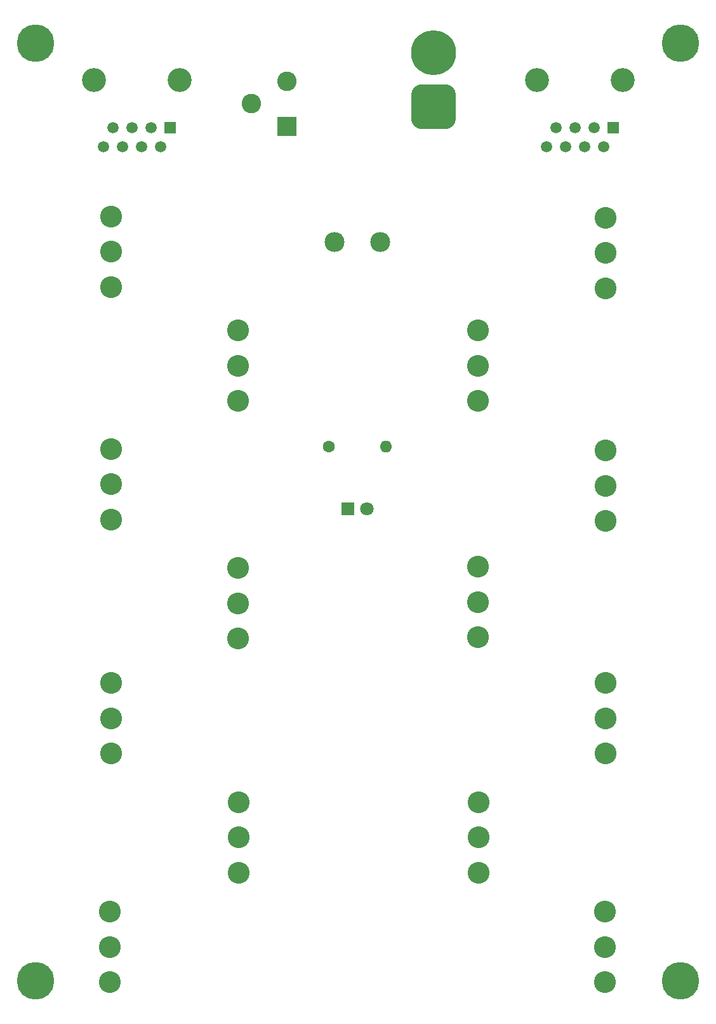
<source format=gts>
G04 #@! TF.GenerationSoftware,KiCad,Pcbnew,(6.0.5)*
G04 #@! TF.CreationDate,2023-08-20T19:56:39-04:00*
G04 #@! TF.ProjectId,Kicadproject,4b696361-6470-4726-9f6a-6563742e6b69,rev?*
G04 #@! TF.SameCoordinates,Original*
G04 #@! TF.FileFunction,Soldermask,Top*
G04 #@! TF.FilePolarity,Negative*
%FSLAX46Y46*%
G04 Gerber Fmt 4.6, Leading zero omitted, Abs format (unit mm)*
G04 Created by KiCad (PCBNEW (6.0.5)) date 2023-08-20 19:56:39*
%MOMM*%
%LPD*%
G01*
G04 APERTURE LIST*
G04 Aperture macros list*
%AMRoundRect*
0 Rectangle with rounded corners*
0 $1 Rounding radius*
0 $2 $3 $4 $5 $6 $7 $8 $9 X,Y pos of 4 corners*
0 Add a 4 corners polygon primitive as box body*
4,1,4,$2,$3,$4,$5,$6,$7,$8,$9,$2,$3,0*
0 Add four circle primitives for the rounded corners*
1,1,$1+$1,$2,$3*
1,1,$1+$1,$4,$5*
1,1,$1+$1,$6,$7*
1,1,$1+$1,$8,$9*
0 Add four rect primitives between the rounded corners*
20,1,$1+$1,$2,$3,$4,$5,0*
20,1,$1+$1,$4,$5,$6,$7,0*
20,1,$1+$1,$6,$7,$8,$9,0*
20,1,$1+$1,$8,$9,$2,$3,0*%
G04 Aperture macros list end*
%ADD10C,3.200000*%
%ADD11R,1.500000X1.500000*%
%ADD12C,1.500000*%
%ADD13C,2.921000*%
%ADD14C,5.000000*%
%ADD15R,2.600000X2.600000*%
%ADD16C,2.600000*%
%ADD17C,1.600000*%
%ADD18O,1.600000X1.600000*%
%ADD19RoundRect,1.500000X1.500000X-1.500000X1.500000X1.500000X-1.500000X1.500000X-1.500000X-1.500000X0*%
%ADD20C,6.000000*%
%ADD21R,1.800000X1.800000*%
%ADD22C,1.800000*%
%ADD23C,2.667000*%
G04 APERTURE END LIST*
D10*
X79212500Y-48915000D03*
X67782500Y-48915000D03*
D11*
X77942500Y-55265000D03*
D12*
X76672500Y-57805000D03*
X75402500Y-55265000D03*
X74132500Y-57805000D03*
X72862500Y-55265000D03*
X71592500Y-57805000D03*
X70322500Y-55265000D03*
X69052500Y-57805000D03*
D13*
X87000000Y-91699000D03*
X87000000Y-87000000D03*
X87000000Y-82301000D03*
X87085000Y-154559000D03*
X87085000Y-149860000D03*
X87085000Y-145161000D03*
X87000000Y-123398000D03*
X87000000Y-118699000D03*
X87000000Y-114000000D03*
D14*
X146000000Y-44000000D03*
D13*
X70000000Y-138699000D03*
X70000000Y-134000000D03*
X70000000Y-129301000D03*
X70000000Y-76500000D03*
X70000000Y-71801000D03*
X70000000Y-67102000D03*
D15*
X93460000Y-55095000D03*
D16*
X93460000Y-49095000D03*
X88760000Y-52095000D03*
D13*
X136000000Y-76699000D03*
X136000000Y-72000000D03*
X136000000Y-67301000D03*
X119000000Y-123199000D03*
X119000000Y-118500000D03*
X119000000Y-113801000D03*
X119000000Y-91699000D03*
X119000000Y-87000000D03*
X119000000Y-82301000D03*
X119045000Y-154559000D03*
X119045000Y-149860000D03*
X119045000Y-145161000D03*
D10*
X138267500Y-48915000D03*
X126837500Y-48915000D03*
D11*
X136997500Y-55265000D03*
D12*
X135727500Y-57805000D03*
X134457500Y-55265000D03*
X133187500Y-57805000D03*
X131917500Y-55265000D03*
X130647500Y-57805000D03*
X129377500Y-55265000D03*
X128107500Y-57805000D03*
D13*
X69850000Y-169164000D03*
X69850000Y-164465000D03*
X69850000Y-159766000D03*
X136000000Y-107699000D03*
X136000000Y-103000000D03*
X136000000Y-98301000D03*
D17*
X99060000Y-97790000D03*
D18*
X106680000Y-97790000D03*
D13*
X135890000Y-169164000D03*
X135890000Y-164465000D03*
X135890000Y-159766000D03*
D19*
X113030000Y-52495000D03*
D20*
X113030000Y-45295000D03*
D13*
X70000000Y-107500000D03*
X70000000Y-102801000D03*
X70000000Y-98102000D03*
D14*
X146000000Y-169000000D03*
D21*
X101595000Y-106045000D03*
D22*
X104135000Y-106045000D03*
D14*
X60000000Y-44000000D03*
X60000000Y-169000000D03*
D23*
X105918000Y-70485000D03*
X99822000Y-70485000D03*
D13*
X136000000Y-138699000D03*
X136000000Y-134000000D03*
X136000000Y-129301000D03*
M02*

</source>
